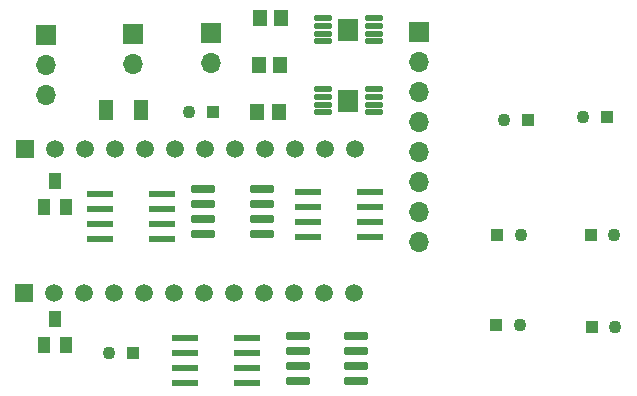
<source format=gbr>
%TF.GenerationSoftware,KiCad,Pcbnew,(6.0.5)*%
%TF.CreationDate,2023-06-19T13:08:36+02:00*%
%TF.ProjectId,PCB_Hoja,5043425f-486f-46a6-912e-6b696361645f,rev?*%
%TF.SameCoordinates,Original*%
%TF.FileFunction,Soldermask,Bot*%
%TF.FilePolarity,Negative*%
%FSLAX46Y46*%
G04 Gerber Fmt 4.6, Leading zero omitted, Abs format (unit mm)*
G04 Created by KiCad (PCBNEW (6.0.5)) date 2023-06-19 13:08:36*
%MOMM*%
%LPD*%
G01*
G04 APERTURE LIST*
G04 Aperture macros list*
%AMRoundRect*
0 Rectangle with rounded corners*
0 $1 Rounding radius*
0 $2 $3 $4 $5 $6 $7 $8 $9 X,Y pos of 4 corners*
0 Add a 4 corners polygon primitive as box body*
4,1,4,$2,$3,$4,$5,$6,$7,$8,$9,$2,$3,0*
0 Add four circle primitives for the rounded corners*
1,1,$1+$1,$2,$3*
1,1,$1+$1,$4,$5*
1,1,$1+$1,$6,$7*
1,1,$1+$1,$8,$9*
0 Add four rect primitives between the rounded corners*
20,1,$1+$1,$2,$3,$4,$5,0*
20,1,$1+$1,$4,$5,$6,$7,0*
20,1,$1+$1,$6,$7,$8,$9,0*
20,1,$1+$1,$8,$9,$2,$3,0*%
G04 Aperture macros list end*
%ADD10R,1.100000X1.100000*%
%ADD11C,1.100000*%
%ADD12R,1.000000X1.400000*%
%ADD13R,2.200000X0.600000*%
%ADD14RoundRect,0.042000X0.943000X0.258000X-0.943000X0.258000X-0.943000X-0.258000X0.943000X-0.258000X0*%
%ADD15R,1.160000X1.820000*%
%ADD16RoundRect,0.028800X0.696200X0.211200X-0.696200X0.211200X-0.696200X-0.211200X0.696200X-0.211200X0*%
%ADD17RoundRect,0.028800X-0.696200X-0.211200X0.696200X-0.211200X0.696200X0.211200X-0.696200X0.211200X0*%
%ADD18R,1.680000X1.880000*%
%ADD19C,1.508000*%
%ADD20R,1.508000X1.508000*%
%ADD21R,1.150000X1.450000*%
%ADD22R,1.700000X1.700000*%
%ADD23O,1.700000X1.700000*%
G04 APERTURE END LIST*
D10*
%TO.C,C9*%
X158462500Y-81400000D03*
D11*
X156462500Y-81400000D03*
%TD*%
D12*
%TO.C,U7*%
X111760000Y-86784000D03*
X110810000Y-88984000D03*
X112710000Y-88984000D03*
%TD*%
%TO.C,U6*%
X112710000Y-100668000D03*
X110810000Y-100668000D03*
X111760000Y-98468000D03*
%TD*%
D13*
%TO.C,U5*%
X128000000Y-101365000D03*
X122800000Y-101365000D03*
X128000000Y-100095000D03*
X128000000Y-102635000D03*
X128000000Y-103905000D03*
X122800000Y-100095000D03*
X122800000Y-102635000D03*
X122800000Y-103905000D03*
%TD*%
D14*
%TO.C,U4*%
X137270000Y-99895000D03*
X137270000Y-101165000D03*
X137270000Y-102435000D03*
X137270000Y-103705000D03*
X132330000Y-103705000D03*
X132330000Y-102435000D03*
X132330000Y-101165000D03*
X132330000Y-99895000D03*
%TD*%
D13*
%TO.C,U3*%
X120800000Y-89165000D03*
X115600000Y-89165000D03*
X120800000Y-87895000D03*
X120800000Y-90435000D03*
X120800000Y-91705000D03*
X115600000Y-87895000D03*
X115600000Y-90435000D03*
X115600000Y-91705000D03*
%TD*%
D14*
%TO.C,U2*%
X129270000Y-87495000D03*
X129270000Y-88765000D03*
X129270000Y-90035000D03*
X129270000Y-91305000D03*
X124330000Y-91305000D03*
X124330000Y-90035000D03*
X124330000Y-88765000D03*
X124330000Y-87495000D03*
%TD*%
D13*
%TO.C,U1*%
X138400000Y-88965000D03*
X133200000Y-88965000D03*
X138400000Y-87695000D03*
X138400000Y-90235000D03*
X138400000Y-91505000D03*
X133200000Y-87695000D03*
X133200000Y-90235000D03*
X133200000Y-91505000D03*
%TD*%
D15*
%TO.C,R6*%
X119075000Y-80800000D03*
X116125000Y-80800000D03*
%TD*%
D16*
%TO.C,R4*%
X138760000Y-79025000D03*
X138760000Y-79675000D03*
X138760000Y-80325000D03*
X138760000Y-80975000D03*
D17*
X134440000Y-80975000D03*
X134440000Y-80325000D03*
X134440000Y-79675000D03*
X134440000Y-79025000D03*
D18*
X136600000Y-80000000D03*
%TD*%
D16*
%TO.C,R3*%
X138760000Y-73025000D03*
X138760000Y-73675000D03*
X138760000Y-74325000D03*
X138760000Y-74975000D03*
D17*
X134440000Y-74975000D03*
X134440000Y-74325000D03*
X134440000Y-73675000D03*
X134440000Y-73025000D03*
D18*
X136600000Y-74000000D03*
%TD*%
D19*
%TO.C,PS2*%
X137170000Y-84050000D03*
X134630000Y-84050000D03*
X132090000Y-84050000D03*
X129550000Y-84050000D03*
X127010000Y-84050000D03*
X124470000Y-84050000D03*
X121930000Y-84050000D03*
X119390000Y-84050000D03*
X116850000Y-84050000D03*
X114310000Y-84050000D03*
X111770000Y-84050000D03*
D20*
X109230000Y-84050000D03*
%TD*%
%TO.C,PS1*%
X109150000Y-96250000D03*
D19*
X111690000Y-96250000D03*
X114230000Y-96250000D03*
X116770000Y-96250000D03*
X119310000Y-96250000D03*
X121850000Y-96250000D03*
X124390000Y-96250000D03*
X126930000Y-96250000D03*
X129470000Y-96250000D03*
X132010000Y-96250000D03*
X134550000Y-96250000D03*
X137090000Y-96250000D03*
%TD*%
D10*
%TO.C,C16*%
X125137500Y-81000000D03*
D11*
X123137500Y-81000000D03*
%TD*%
D21*
%TO.C,C15*%
X130700000Y-81000000D03*
X128900000Y-81000000D03*
%TD*%
D10*
%TO.C,C14*%
X118337500Y-101400000D03*
D11*
X116337500Y-101400000D03*
%TD*%
D21*
%TO.C,C13*%
X130800000Y-77000000D03*
X129000000Y-77000000D03*
%TD*%
D10*
%TO.C,C12*%
X151800000Y-81600000D03*
D11*
X149800000Y-81600000D03*
%TD*%
D10*
%TO.C,C11*%
X157200000Y-99200000D03*
D11*
X159200000Y-99200000D03*
%TD*%
D10*
%TO.C,C10*%
X149137500Y-99000000D03*
D11*
X151137500Y-99000000D03*
%TD*%
D21*
%TO.C,C6*%
X130900000Y-73000000D03*
X129100000Y-73000000D03*
%TD*%
D10*
%TO.C,C3*%
X157137500Y-91400000D03*
D11*
X159137500Y-91400000D03*
%TD*%
D10*
%TO.C,C2*%
X149200000Y-91400000D03*
D11*
X151200000Y-91400000D03*
%TD*%
D22*
%TO.C,J3*%
X125000000Y-74250000D03*
D23*
X125000000Y-76790000D03*
%TD*%
D22*
%TO.C,J1*%
X111000000Y-74475000D03*
D23*
X111000000Y-77015000D03*
X111000000Y-79555000D03*
%TD*%
D22*
%TO.C,J2*%
X118400000Y-74325000D03*
D23*
X118400000Y-76865000D03*
%TD*%
%TO.C,J4*%
X142600000Y-91980000D03*
X142600000Y-89440000D03*
X142600000Y-86900000D03*
X142600000Y-84360000D03*
X142600000Y-81820000D03*
X142600000Y-79280000D03*
X142600000Y-76740000D03*
D22*
X142600000Y-74200000D03*
%TD*%
M02*

</source>
